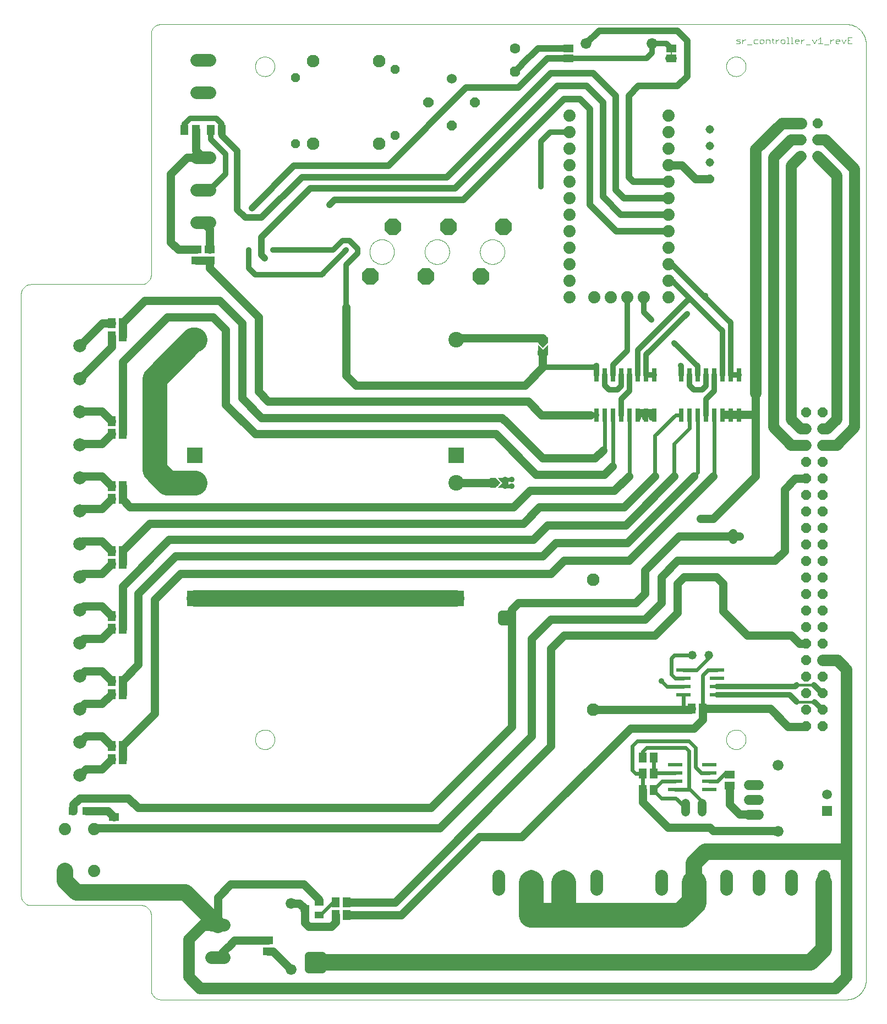
<source format=gtl>
G75*
G70*
%OFA0B0*%
%FSLAX24Y24*%
%IPPOS*%
%LPD*%
%AMOC8*
5,1,8,0,0,1.08239X$1,22.5*
%
%ADD10C,0.0000*%
%ADD11C,0.0040*%
%ADD12R,0.0866X0.0236*%
%ADD13R,0.0512X0.0591*%
%ADD14C,0.0520*%
%ADD15C,0.0768*%
%ADD16C,0.0740*%
%ADD17OC8,0.0515*%
%ADD18C,0.0515*%
%ADD19C,0.0780*%
%ADD20R,0.0591X0.0512*%
%ADD21R,0.0260X0.0800*%
%ADD22C,0.0760*%
%ADD23OC8,0.0520*%
%ADD24OC8,0.0600*%
%ADD25C,0.0150*%
%ADD26C,0.0020*%
%ADD27R,0.0630X0.0460*%
%ADD28R,0.0080X0.0250*%
%ADD29R,0.0945X0.0945*%
%ADD30OC8,0.0945*%
%ADD31C,0.0945*%
%ADD32C,0.0600*%
%ADD33C,0.0520*%
%ADD34C,0.0660*%
%ADD35R,0.0551X0.0394*%
%ADD36OC8,0.1000*%
%ADD37C,0.0600*%
%ADD38OC8,0.0630*%
%ADD39C,0.0630*%
%ADD40C,0.0120*%
%ADD41R,0.0594X0.0594*%
%ADD42C,0.0594*%
%ADD43R,0.0472X0.0472*%
%ADD44C,0.0787*%
%ADD45C,0.0500*%
%ADD46C,0.0240*%
%ADD47C,0.1500*%
%ADD48C,0.0700*%
%ADD49C,0.1000*%
%ADD50C,0.0356*%
%ADD51C,0.0320*%
%ADD52C,0.0160*%
%ADD53C,0.0400*%
%ADD54C,0.0660*%
D10*
X000839Y005859D02*
X007532Y005859D01*
X007578Y005857D01*
X007624Y005852D01*
X007670Y005843D01*
X007715Y005830D01*
X007758Y005814D01*
X007800Y005795D01*
X007841Y005772D01*
X007879Y005746D01*
X007916Y005717D01*
X007950Y005686D01*
X007981Y005652D01*
X008010Y005615D01*
X008036Y005577D01*
X008059Y005536D01*
X008078Y005494D01*
X008094Y005451D01*
X008107Y005406D01*
X008116Y005360D01*
X008121Y005314D01*
X008123Y005268D01*
X008122Y005268D02*
X008122Y000741D01*
X008124Y000695D01*
X008129Y000649D01*
X008138Y000603D01*
X008151Y000558D01*
X008167Y000515D01*
X008186Y000473D01*
X008209Y000432D01*
X008235Y000394D01*
X008264Y000357D01*
X008295Y000323D01*
X008329Y000292D01*
X008366Y000263D01*
X008404Y000237D01*
X008445Y000214D01*
X008487Y000195D01*
X008530Y000179D01*
X008575Y000166D01*
X008621Y000157D01*
X008667Y000152D01*
X008713Y000150D01*
X050248Y000150D01*
X050314Y000152D01*
X050380Y000157D01*
X050446Y000167D01*
X050511Y000180D01*
X050575Y000196D01*
X050638Y000216D01*
X050700Y000240D01*
X050760Y000267D01*
X050819Y000297D01*
X050876Y000331D01*
X050931Y000368D01*
X050984Y000408D01*
X051035Y000450D01*
X051083Y000496D01*
X051129Y000544D01*
X051171Y000595D01*
X051211Y000648D01*
X051248Y000703D01*
X051282Y000760D01*
X051312Y000819D01*
X051339Y000879D01*
X051363Y000941D01*
X051383Y001004D01*
X051399Y001068D01*
X051412Y001133D01*
X051422Y001199D01*
X051427Y001265D01*
X051429Y001331D01*
X051430Y001331D02*
X051430Y058024D01*
X051429Y058024D02*
X051427Y058090D01*
X051422Y058156D01*
X051412Y058222D01*
X051399Y058287D01*
X051383Y058351D01*
X051363Y058414D01*
X051339Y058476D01*
X051312Y058536D01*
X051282Y058595D01*
X051248Y058652D01*
X051211Y058707D01*
X051171Y058760D01*
X051129Y058811D01*
X051083Y058859D01*
X051035Y058905D01*
X050984Y058947D01*
X050931Y058987D01*
X050876Y059024D01*
X050819Y059058D01*
X050760Y059088D01*
X050700Y059115D01*
X050638Y059139D01*
X050575Y059159D01*
X050511Y059175D01*
X050446Y059188D01*
X050380Y059198D01*
X050314Y059203D01*
X050248Y059205D01*
X008713Y059205D01*
X008713Y059206D02*
X008667Y059204D01*
X008621Y059199D01*
X008575Y059190D01*
X008530Y059177D01*
X008487Y059161D01*
X008445Y059142D01*
X008404Y059119D01*
X008366Y059093D01*
X008329Y059064D01*
X008295Y059033D01*
X008264Y058999D01*
X008235Y058962D01*
X008209Y058924D01*
X008186Y058883D01*
X008167Y058841D01*
X008151Y058798D01*
X008138Y058753D01*
X008129Y058707D01*
X008124Y058661D01*
X008122Y058615D01*
X008122Y044048D01*
X008123Y044048D02*
X008121Y044002D01*
X008116Y043956D01*
X008107Y043910D01*
X008094Y043865D01*
X008078Y043822D01*
X008059Y043780D01*
X008036Y043739D01*
X008010Y043701D01*
X007981Y043664D01*
X007950Y043630D01*
X007916Y043599D01*
X007879Y043570D01*
X007841Y043544D01*
X007800Y043521D01*
X007758Y043502D01*
X007715Y043486D01*
X007670Y043473D01*
X007624Y043464D01*
X007578Y043459D01*
X007532Y043457D01*
X000839Y043457D01*
X000839Y043458D02*
X000793Y043456D01*
X000747Y043451D01*
X000701Y043442D01*
X000656Y043429D01*
X000613Y043413D01*
X000571Y043394D01*
X000530Y043371D01*
X000492Y043345D01*
X000455Y043316D01*
X000421Y043285D01*
X000390Y043251D01*
X000361Y043214D01*
X000335Y043176D01*
X000312Y043135D01*
X000293Y043093D01*
X000277Y043050D01*
X000264Y043005D01*
X000255Y042959D01*
X000250Y042913D01*
X000248Y042867D01*
X000248Y006449D01*
X000250Y006403D01*
X000255Y006357D01*
X000264Y006311D01*
X000277Y006266D01*
X000293Y006223D01*
X000312Y006181D01*
X000335Y006140D01*
X000361Y006102D01*
X000390Y006065D01*
X000421Y006031D01*
X000455Y006000D01*
X000492Y005971D01*
X000530Y005945D01*
X000571Y005922D01*
X000613Y005903D01*
X000656Y005887D01*
X000701Y005874D01*
X000747Y005865D01*
X000793Y005860D01*
X000839Y005858D01*
X014421Y015898D02*
X014423Y015946D01*
X014429Y015994D01*
X014439Y016041D01*
X014452Y016087D01*
X014470Y016132D01*
X014490Y016176D01*
X014515Y016218D01*
X014543Y016257D01*
X014573Y016294D01*
X014607Y016328D01*
X014644Y016360D01*
X014682Y016389D01*
X014723Y016414D01*
X014766Y016436D01*
X014811Y016454D01*
X014857Y016468D01*
X014904Y016479D01*
X014952Y016486D01*
X015000Y016489D01*
X015048Y016488D01*
X015096Y016483D01*
X015144Y016474D01*
X015190Y016462D01*
X015235Y016445D01*
X015279Y016425D01*
X015321Y016402D01*
X015361Y016375D01*
X015399Y016345D01*
X015434Y016312D01*
X015466Y016276D01*
X015496Y016238D01*
X015522Y016197D01*
X015544Y016154D01*
X015564Y016110D01*
X015579Y016065D01*
X015591Y016018D01*
X015599Y015970D01*
X015603Y015922D01*
X015603Y015874D01*
X015599Y015826D01*
X015591Y015778D01*
X015579Y015731D01*
X015564Y015686D01*
X015544Y015642D01*
X015522Y015599D01*
X015496Y015558D01*
X015466Y015520D01*
X015434Y015484D01*
X015399Y015451D01*
X015361Y015421D01*
X015321Y015394D01*
X015279Y015371D01*
X015235Y015351D01*
X015190Y015334D01*
X015144Y015322D01*
X015096Y015313D01*
X015048Y015308D01*
X015000Y015307D01*
X014952Y015310D01*
X014904Y015317D01*
X014857Y015328D01*
X014811Y015342D01*
X014766Y015360D01*
X014723Y015382D01*
X014682Y015407D01*
X014644Y015436D01*
X014607Y015468D01*
X014573Y015502D01*
X014543Y015539D01*
X014515Y015578D01*
X014490Y015620D01*
X014470Y015664D01*
X014452Y015709D01*
X014439Y015755D01*
X014429Y015802D01*
X014423Y015850D01*
X014421Y015898D01*
X021355Y045426D02*
X021357Y045480D01*
X021363Y045534D01*
X021373Y045588D01*
X021387Y045640D01*
X021404Y045692D01*
X021425Y045742D01*
X021450Y045790D01*
X021479Y045837D01*
X021510Y045881D01*
X021545Y045922D01*
X021583Y045962D01*
X021623Y045998D01*
X021666Y046031D01*
X021711Y046061D01*
X021759Y046088D01*
X021808Y046111D01*
X021859Y046130D01*
X021911Y046146D01*
X021964Y046158D01*
X022018Y046166D01*
X022072Y046170D01*
X022126Y046170D01*
X022180Y046166D01*
X022234Y046158D01*
X022287Y046146D01*
X022339Y046130D01*
X022390Y046111D01*
X022439Y046088D01*
X022487Y046061D01*
X022532Y046031D01*
X022575Y045998D01*
X022615Y045962D01*
X022653Y045922D01*
X022688Y045881D01*
X022719Y045837D01*
X022748Y045790D01*
X022773Y045742D01*
X022794Y045692D01*
X022811Y045640D01*
X022825Y045588D01*
X022835Y045534D01*
X022841Y045480D01*
X022843Y045426D01*
X022841Y045372D01*
X022835Y045318D01*
X022825Y045264D01*
X022811Y045212D01*
X022794Y045160D01*
X022773Y045110D01*
X022748Y045062D01*
X022719Y045015D01*
X022688Y044971D01*
X022653Y044930D01*
X022615Y044890D01*
X022575Y044854D01*
X022532Y044821D01*
X022487Y044791D01*
X022439Y044764D01*
X022390Y044741D01*
X022339Y044722D01*
X022287Y044706D01*
X022234Y044694D01*
X022180Y044686D01*
X022126Y044682D01*
X022072Y044682D01*
X022018Y044686D01*
X021964Y044694D01*
X021911Y044706D01*
X021859Y044722D01*
X021808Y044741D01*
X021759Y044764D01*
X021711Y044791D01*
X021666Y044821D01*
X021623Y044854D01*
X021583Y044890D01*
X021545Y044930D01*
X021510Y044971D01*
X021479Y045015D01*
X021450Y045062D01*
X021425Y045110D01*
X021404Y045160D01*
X021387Y045212D01*
X021373Y045264D01*
X021363Y045318D01*
X021357Y045372D01*
X021355Y045426D01*
X024701Y045426D02*
X024703Y045480D01*
X024709Y045534D01*
X024719Y045588D01*
X024733Y045640D01*
X024750Y045692D01*
X024771Y045742D01*
X024796Y045790D01*
X024825Y045837D01*
X024856Y045881D01*
X024891Y045922D01*
X024929Y045962D01*
X024969Y045998D01*
X025012Y046031D01*
X025057Y046061D01*
X025105Y046088D01*
X025154Y046111D01*
X025205Y046130D01*
X025257Y046146D01*
X025310Y046158D01*
X025364Y046166D01*
X025418Y046170D01*
X025472Y046170D01*
X025526Y046166D01*
X025580Y046158D01*
X025633Y046146D01*
X025685Y046130D01*
X025736Y046111D01*
X025785Y046088D01*
X025833Y046061D01*
X025878Y046031D01*
X025921Y045998D01*
X025961Y045962D01*
X025999Y045922D01*
X026034Y045881D01*
X026065Y045837D01*
X026094Y045790D01*
X026119Y045742D01*
X026140Y045692D01*
X026157Y045640D01*
X026171Y045588D01*
X026181Y045534D01*
X026187Y045480D01*
X026189Y045426D01*
X026187Y045372D01*
X026181Y045318D01*
X026171Y045264D01*
X026157Y045212D01*
X026140Y045160D01*
X026119Y045110D01*
X026094Y045062D01*
X026065Y045015D01*
X026034Y044971D01*
X025999Y044930D01*
X025961Y044890D01*
X025921Y044854D01*
X025878Y044821D01*
X025833Y044791D01*
X025785Y044764D01*
X025736Y044741D01*
X025685Y044722D01*
X025633Y044706D01*
X025580Y044694D01*
X025526Y044686D01*
X025472Y044682D01*
X025418Y044682D01*
X025364Y044686D01*
X025310Y044694D01*
X025257Y044706D01*
X025205Y044722D01*
X025154Y044741D01*
X025105Y044764D01*
X025057Y044791D01*
X025012Y044821D01*
X024969Y044854D01*
X024929Y044890D01*
X024891Y044930D01*
X024856Y044971D01*
X024825Y045015D01*
X024796Y045062D01*
X024771Y045110D01*
X024750Y045160D01*
X024733Y045212D01*
X024719Y045264D01*
X024709Y045318D01*
X024703Y045372D01*
X024701Y045426D01*
X028048Y045426D02*
X028050Y045480D01*
X028056Y045534D01*
X028066Y045588D01*
X028080Y045640D01*
X028097Y045692D01*
X028118Y045742D01*
X028143Y045790D01*
X028172Y045837D01*
X028203Y045881D01*
X028238Y045922D01*
X028276Y045962D01*
X028316Y045998D01*
X028359Y046031D01*
X028404Y046061D01*
X028452Y046088D01*
X028501Y046111D01*
X028552Y046130D01*
X028604Y046146D01*
X028657Y046158D01*
X028711Y046166D01*
X028765Y046170D01*
X028819Y046170D01*
X028873Y046166D01*
X028927Y046158D01*
X028980Y046146D01*
X029032Y046130D01*
X029083Y046111D01*
X029132Y046088D01*
X029180Y046061D01*
X029225Y046031D01*
X029268Y045998D01*
X029308Y045962D01*
X029346Y045922D01*
X029381Y045881D01*
X029412Y045837D01*
X029441Y045790D01*
X029466Y045742D01*
X029487Y045692D01*
X029504Y045640D01*
X029518Y045588D01*
X029528Y045534D01*
X029534Y045480D01*
X029536Y045426D01*
X029534Y045372D01*
X029528Y045318D01*
X029518Y045264D01*
X029504Y045212D01*
X029487Y045160D01*
X029466Y045110D01*
X029441Y045062D01*
X029412Y045015D01*
X029381Y044971D01*
X029346Y044930D01*
X029308Y044890D01*
X029268Y044854D01*
X029225Y044821D01*
X029180Y044791D01*
X029132Y044764D01*
X029083Y044741D01*
X029032Y044722D01*
X028980Y044706D01*
X028927Y044694D01*
X028873Y044686D01*
X028819Y044682D01*
X028765Y044682D01*
X028711Y044686D01*
X028657Y044694D01*
X028604Y044706D01*
X028552Y044722D01*
X028501Y044741D01*
X028452Y044764D01*
X028404Y044791D01*
X028359Y044821D01*
X028316Y044854D01*
X028276Y044890D01*
X028238Y044930D01*
X028203Y044971D01*
X028172Y045015D01*
X028143Y045062D01*
X028118Y045110D01*
X028097Y045160D01*
X028080Y045212D01*
X028066Y045264D01*
X028056Y045318D01*
X028050Y045372D01*
X028048Y045426D01*
X014421Y056646D02*
X014423Y056694D01*
X014429Y056742D01*
X014439Y056789D01*
X014452Y056835D01*
X014470Y056880D01*
X014490Y056924D01*
X014515Y056966D01*
X014543Y057005D01*
X014573Y057042D01*
X014607Y057076D01*
X014644Y057108D01*
X014682Y057137D01*
X014723Y057162D01*
X014766Y057184D01*
X014811Y057202D01*
X014857Y057216D01*
X014904Y057227D01*
X014952Y057234D01*
X015000Y057237D01*
X015048Y057236D01*
X015096Y057231D01*
X015144Y057222D01*
X015190Y057210D01*
X015235Y057193D01*
X015279Y057173D01*
X015321Y057150D01*
X015361Y057123D01*
X015399Y057093D01*
X015434Y057060D01*
X015466Y057024D01*
X015496Y056986D01*
X015522Y056945D01*
X015544Y056902D01*
X015564Y056858D01*
X015579Y056813D01*
X015591Y056766D01*
X015599Y056718D01*
X015603Y056670D01*
X015603Y056622D01*
X015599Y056574D01*
X015591Y056526D01*
X015579Y056479D01*
X015564Y056434D01*
X015544Y056390D01*
X015522Y056347D01*
X015496Y056306D01*
X015466Y056268D01*
X015434Y056232D01*
X015399Y056199D01*
X015361Y056169D01*
X015321Y056142D01*
X015279Y056119D01*
X015235Y056099D01*
X015190Y056082D01*
X015144Y056070D01*
X015096Y056061D01*
X015048Y056056D01*
X015000Y056055D01*
X014952Y056058D01*
X014904Y056065D01*
X014857Y056076D01*
X014811Y056090D01*
X014766Y056108D01*
X014723Y056130D01*
X014682Y056155D01*
X014644Y056184D01*
X014607Y056216D01*
X014573Y056250D01*
X014543Y056287D01*
X014515Y056326D01*
X014490Y056368D01*
X014470Y056412D01*
X014452Y056457D01*
X014439Y056503D01*
X014429Y056550D01*
X014423Y056598D01*
X014421Y056646D01*
X042965Y056646D02*
X042967Y056694D01*
X042973Y056742D01*
X042983Y056789D01*
X042996Y056835D01*
X043014Y056880D01*
X043034Y056924D01*
X043059Y056966D01*
X043087Y057005D01*
X043117Y057042D01*
X043151Y057076D01*
X043188Y057108D01*
X043226Y057137D01*
X043267Y057162D01*
X043310Y057184D01*
X043355Y057202D01*
X043401Y057216D01*
X043448Y057227D01*
X043496Y057234D01*
X043544Y057237D01*
X043592Y057236D01*
X043640Y057231D01*
X043688Y057222D01*
X043734Y057210D01*
X043779Y057193D01*
X043823Y057173D01*
X043865Y057150D01*
X043905Y057123D01*
X043943Y057093D01*
X043978Y057060D01*
X044010Y057024D01*
X044040Y056986D01*
X044066Y056945D01*
X044088Y056902D01*
X044108Y056858D01*
X044123Y056813D01*
X044135Y056766D01*
X044143Y056718D01*
X044147Y056670D01*
X044147Y056622D01*
X044143Y056574D01*
X044135Y056526D01*
X044123Y056479D01*
X044108Y056434D01*
X044088Y056390D01*
X044066Y056347D01*
X044040Y056306D01*
X044010Y056268D01*
X043978Y056232D01*
X043943Y056199D01*
X043905Y056169D01*
X043865Y056142D01*
X043823Y056119D01*
X043779Y056099D01*
X043734Y056082D01*
X043688Y056070D01*
X043640Y056061D01*
X043592Y056056D01*
X043544Y056055D01*
X043496Y056058D01*
X043448Y056065D01*
X043401Y056076D01*
X043355Y056090D01*
X043310Y056108D01*
X043267Y056130D01*
X043226Y056155D01*
X043188Y056184D01*
X043151Y056216D01*
X043117Y056250D01*
X043087Y056287D01*
X043059Y056326D01*
X043034Y056368D01*
X043014Y056412D01*
X042996Y056457D01*
X042983Y056503D01*
X042973Y056550D01*
X042967Y056598D01*
X042965Y056646D01*
X042965Y015898D02*
X042967Y015946D01*
X042973Y015994D01*
X042983Y016041D01*
X042996Y016087D01*
X043014Y016132D01*
X043034Y016176D01*
X043059Y016218D01*
X043087Y016257D01*
X043117Y016294D01*
X043151Y016328D01*
X043188Y016360D01*
X043226Y016389D01*
X043267Y016414D01*
X043310Y016436D01*
X043355Y016454D01*
X043401Y016468D01*
X043448Y016479D01*
X043496Y016486D01*
X043544Y016489D01*
X043592Y016488D01*
X043640Y016483D01*
X043688Y016474D01*
X043734Y016462D01*
X043779Y016445D01*
X043823Y016425D01*
X043865Y016402D01*
X043905Y016375D01*
X043943Y016345D01*
X043978Y016312D01*
X044010Y016276D01*
X044040Y016238D01*
X044066Y016197D01*
X044088Y016154D01*
X044108Y016110D01*
X044123Y016065D01*
X044135Y016018D01*
X044143Y015970D01*
X044147Y015922D01*
X044147Y015874D01*
X044143Y015826D01*
X044135Y015778D01*
X044123Y015731D01*
X044108Y015686D01*
X044088Y015642D01*
X044066Y015599D01*
X044040Y015558D01*
X044010Y015520D01*
X043978Y015484D01*
X043943Y015451D01*
X043905Y015421D01*
X043865Y015394D01*
X043823Y015371D01*
X043779Y015351D01*
X043734Y015334D01*
X043688Y015322D01*
X043640Y015313D01*
X043592Y015308D01*
X043544Y015307D01*
X043496Y015310D01*
X043448Y015317D01*
X043401Y015328D01*
X043355Y015342D01*
X043310Y015360D01*
X043267Y015382D01*
X043226Y015407D01*
X043188Y015436D01*
X043151Y015468D01*
X043117Y015502D01*
X043087Y015539D01*
X043059Y015578D01*
X043034Y015620D01*
X043014Y015664D01*
X042996Y015709D01*
X042983Y015755D01*
X042973Y015802D01*
X042967Y015850D01*
X042965Y015898D01*
D11*
X044251Y057984D02*
X044491Y057984D01*
X044619Y058104D02*
X044679Y058044D01*
X044859Y058044D01*
X044987Y058104D02*
X045047Y058044D01*
X045168Y058044D01*
X045228Y058104D01*
X045228Y058224D01*
X045168Y058284D01*
X045047Y058284D01*
X044987Y058224D01*
X044987Y058104D01*
X044859Y058284D02*
X044679Y058284D01*
X044619Y058224D01*
X044619Y058104D01*
X044124Y058284D02*
X044064Y058284D01*
X043944Y058164D01*
X043944Y058044D02*
X043944Y058284D01*
X043816Y058284D02*
X043636Y058284D01*
X043576Y058224D01*
X043636Y058164D01*
X043756Y058164D01*
X043816Y058104D01*
X043756Y058044D01*
X043576Y058044D01*
X045356Y058044D02*
X045356Y058284D01*
X045536Y058284D01*
X045596Y058224D01*
X045596Y058044D01*
X045784Y058104D02*
X045844Y058044D01*
X045784Y058104D02*
X045784Y058344D01*
X045724Y058284D02*
X045844Y058284D01*
X045970Y058284D02*
X045970Y058044D01*
X045970Y058164D02*
X046090Y058284D01*
X046150Y058284D01*
X046276Y058224D02*
X046337Y058284D01*
X046457Y058284D01*
X046517Y058224D01*
X046517Y058104D01*
X046457Y058044D01*
X046337Y058044D01*
X046276Y058104D01*
X046276Y058224D01*
X046645Y058044D02*
X046765Y058044D01*
X046705Y058044D02*
X046705Y058404D01*
X046645Y058404D01*
X046890Y058404D02*
X046950Y058404D01*
X046950Y058044D01*
X046890Y058044D02*
X047010Y058044D01*
X047136Y058104D02*
X047136Y058224D01*
X047196Y058284D01*
X047316Y058284D01*
X047376Y058224D01*
X047376Y058164D01*
X047136Y058164D01*
X047136Y058104D02*
X047196Y058044D01*
X047316Y058044D01*
X047504Y058044D02*
X047504Y058284D01*
X047504Y058164D02*
X047624Y058284D01*
X047684Y058284D01*
X047811Y057984D02*
X048051Y057984D01*
X048300Y058044D02*
X048420Y058284D01*
X048548Y058284D02*
X048668Y058404D01*
X048668Y058044D01*
X048548Y058044D02*
X048788Y058044D01*
X048916Y057984D02*
X049156Y057984D01*
X049284Y058044D02*
X049284Y058284D01*
X049284Y058164D02*
X049404Y058284D01*
X049465Y058284D01*
X049591Y058224D02*
X049651Y058284D01*
X049771Y058284D01*
X049832Y058224D01*
X049832Y058164D01*
X049591Y058164D01*
X049591Y058104D02*
X049591Y058224D01*
X049591Y058104D02*
X049651Y058044D01*
X049771Y058044D01*
X049960Y058284D02*
X050080Y058044D01*
X050200Y058284D01*
X050328Y058224D02*
X050448Y058224D01*
X050328Y058044D02*
X050568Y058044D01*
X050328Y058044D02*
X050328Y058404D01*
X050568Y058404D01*
X048300Y058044D02*
X048179Y058284D01*
D12*
X042414Y020093D03*
X042414Y019593D03*
X042414Y019093D03*
X042414Y018593D03*
X040367Y018593D03*
X040367Y019093D03*
X040367Y019593D03*
X040367Y020093D03*
X039874Y014384D03*
X039874Y013884D03*
X039874Y013384D03*
X039874Y012884D03*
X041922Y012884D03*
X041922Y013384D03*
X041922Y013884D03*
X041922Y014384D03*
D13*
X041528Y017768D03*
X040859Y017768D03*
X038575Y014815D03*
X038575Y013831D03*
X037906Y013831D03*
X037906Y014815D03*
X037906Y012847D03*
X038575Y012847D03*
X019973Y006056D03*
X019304Y006056D03*
X019304Y005268D03*
X019973Y005268D03*
X006390Y014717D03*
X005721Y014717D03*
X005721Y015504D03*
X006390Y015504D03*
X006390Y018654D03*
X006390Y019441D03*
X005721Y019441D03*
X005721Y018654D03*
X005721Y022591D03*
X005721Y023378D03*
X006390Y023378D03*
X006390Y022591D03*
X006390Y026528D03*
X006390Y027315D03*
X005721Y027315D03*
X005721Y026528D03*
X005721Y030465D03*
X005721Y031252D03*
X006390Y031252D03*
X006390Y030465D03*
X006390Y034402D03*
X005721Y034402D03*
X005721Y035189D03*
X006390Y035189D03*
X006390Y040307D03*
X005721Y040307D03*
X005721Y041095D03*
X006390Y041095D03*
X010150Y052807D03*
X010819Y052807D03*
X011725Y052807D03*
X012394Y052807D03*
D14*
X040890Y021016D03*
X041890Y021016D03*
D15*
X034894Y017709D03*
X034894Y025583D03*
D16*
X034969Y042674D03*
X035969Y042674D03*
X036969Y042674D03*
X037969Y042674D03*
X039469Y042674D03*
X039469Y043674D03*
X039469Y044674D03*
X039469Y045674D03*
X039469Y046674D03*
X039469Y047674D03*
X039469Y048674D03*
X039469Y049674D03*
X039469Y050674D03*
X039469Y051674D03*
X039469Y052674D03*
X039469Y053674D03*
X033469Y053674D03*
X033469Y052674D03*
X033469Y051674D03*
X033469Y050674D03*
X033469Y049674D03*
X033469Y048674D03*
X033469Y047674D03*
X033469Y046674D03*
X033469Y045674D03*
X033469Y044674D03*
X033469Y043674D03*
X033469Y042674D03*
X004682Y010485D03*
X002902Y010485D03*
X002902Y007925D03*
X004682Y007925D03*
D17*
X041981Y049831D03*
D18*
X041981Y050831D03*
X041981Y051831D03*
X041981Y052831D03*
D19*
X011662Y051136D02*
X010882Y051136D01*
X010882Y049166D02*
X011662Y049166D01*
X011662Y047196D02*
X010882Y047196D01*
X010882Y055076D02*
X011662Y055076D01*
X011662Y057046D02*
X010882Y057046D01*
X029180Y007627D02*
X029180Y006847D01*
X031150Y006847D02*
X031150Y007627D01*
X033117Y007627D02*
X033117Y006847D01*
X035087Y006847D02*
X035087Y007627D01*
X039022Y007627D02*
X039022Y006847D01*
X040992Y006847D02*
X040992Y007627D01*
X042959Y007627D02*
X042959Y006847D01*
X044929Y006847D02*
X044929Y007627D01*
X046896Y007627D02*
X046896Y006847D01*
X048866Y006847D02*
X048866Y007627D01*
X012548Y004683D02*
X011768Y004683D01*
X011768Y002713D02*
X012548Y002713D01*
D20*
X015209Y003063D03*
X015209Y003733D03*
X005859Y010544D03*
X005859Y011213D03*
X010878Y044894D03*
X010878Y045563D03*
X011666Y045563D03*
X011666Y044894D03*
X043162Y013772D03*
X043162Y013103D03*
D21*
X043231Y035554D03*
X043731Y035554D03*
X042731Y035554D03*
X042231Y035554D03*
X041731Y035554D03*
X041231Y035554D03*
X040731Y035554D03*
X040231Y035554D03*
X038613Y035554D03*
X038113Y035554D03*
X037613Y035554D03*
X037113Y035554D03*
X036613Y035554D03*
X036113Y035554D03*
X035613Y035554D03*
X035113Y035554D03*
X035113Y037974D03*
X035613Y037974D03*
X036113Y037974D03*
X036613Y037974D03*
X037113Y037974D03*
X037613Y037974D03*
X038113Y037974D03*
X038613Y037974D03*
X040231Y037974D03*
X040731Y037974D03*
X041231Y037974D03*
X041731Y037974D03*
X042231Y037974D03*
X042731Y037974D03*
X043231Y037974D03*
X043731Y037974D03*
D22*
X021933Y051981D03*
X017933Y051981D03*
X017933Y056981D03*
X021933Y056981D03*
D23*
X022886Y056481D03*
X022886Y052481D03*
X016882Y051989D03*
X016882Y055989D03*
D24*
X047485Y053217D03*
X048485Y053217D03*
X048485Y052217D03*
X047485Y052217D03*
X047485Y051217D03*
X047792Y035693D03*
X047792Y034693D03*
X047792Y033693D03*
X047792Y032693D03*
X047792Y031693D03*
X047792Y030693D03*
X047792Y029693D03*
X047792Y028693D03*
X047792Y027693D03*
X047792Y026693D03*
X047792Y025693D03*
X047792Y024693D03*
X047792Y023693D03*
X047792Y022693D03*
X047792Y021693D03*
X047792Y020693D03*
X047792Y019693D03*
X047792Y018693D03*
X047792Y017693D03*
X047792Y016693D03*
X048792Y016693D03*
X048792Y017693D03*
X048792Y018693D03*
X048792Y019693D03*
X048792Y020693D03*
X048792Y021693D03*
X048792Y022693D03*
X048792Y023693D03*
X048792Y024693D03*
X048792Y025693D03*
X048792Y026693D03*
X048792Y027693D03*
X048792Y028693D03*
X048792Y029693D03*
X048792Y030693D03*
X048792Y031693D03*
X048792Y032693D03*
X048792Y033693D03*
X048792Y034693D03*
X048792Y035693D03*
D25*
X031618Y039242D02*
X031618Y039392D01*
X032068Y039392D01*
X032068Y039242D01*
X031618Y039242D01*
X031618Y039391D02*
X032068Y039391D01*
X031618Y040042D02*
X031618Y040192D01*
X032068Y040192D01*
X032068Y040042D01*
X031618Y040042D01*
X031618Y040191D02*
X032068Y040191D01*
X029660Y031224D02*
X029510Y031224D01*
X029510Y031674D01*
X029660Y031674D01*
X029660Y031224D01*
X029660Y031373D02*
X029510Y031373D01*
X029510Y031522D02*
X029660Y031522D01*
X029660Y031671D02*
X029510Y031671D01*
X028860Y031224D02*
X028710Y031224D01*
X028710Y031674D01*
X028860Y031674D01*
X028860Y031224D01*
X028860Y031373D02*
X028710Y031373D01*
X028710Y031522D02*
X028860Y031522D01*
X028860Y031671D02*
X028710Y031671D01*
D26*
X028735Y031674D02*
X029025Y031674D01*
X029044Y031656D02*
X028735Y031656D01*
X028735Y031637D02*
X029062Y031637D01*
X029081Y031619D02*
X028735Y031619D01*
X028735Y031600D02*
X029099Y031600D01*
X029118Y031582D02*
X028735Y031582D01*
X028735Y031563D02*
X029136Y031563D01*
X029155Y031545D02*
X028735Y031545D01*
X028735Y031526D02*
X029173Y031526D01*
X029192Y031508D02*
X028735Y031508D01*
X028735Y031489D02*
X029210Y031489D01*
X029229Y031471D02*
X028735Y031471D01*
X028735Y031452D02*
X029247Y031452D01*
X029250Y031449D02*
X028960Y031159D01*
X028735Y031159D01*
X028735Y031739D01*
X028960Y031739D01*
X029250Y031449D01*
X029235Y031434D02*
X028735Y031434D01*
X028735Y031415D02*
X029217Y031415D01*
X029198Y031397D02*
X028735Y031397D01*
X028735Y031378D02*
X029180Y031378D01*
X029161Y031360D02*
X028735Y031360D01*
X028735Y031341D02*
X029143Y031341D01*
X029124Y031323D02*
X028735Y031323D01*
X028735Y031304D02*
X029106Y031304D01*
X029087Y031286D02*
X028735Y031286D01*
X028735Y031267D02*
X029069Y031267D01*
X029050Y031249D02*
X028735Y031249D01*
X028735Y031230D02*
X029032Y031230D01*
X029013Y031212D02*
X028735Y031212D01*
X028735Y031193D02*
X028995Y031193D01*
X028976Y031175D02*
X028735Y031175D01*
X029135Y031159D02*
X029635Y031159D01*
X029635Y031739D01*
X029135Y031739D01*
X029415Y031449D01*
X029135Y031159D01*
X029151Y031175D02*
X029635Y031175D01*
X029635Y031193D02*
X029168Y031193D01*
X029186Y031212D02*
X029635Y031212D01*
X029635Y031230D02*
X029204Y031230D01*
X029222Y031249D02*
X029635Y031249D01*
X029635Y031267D02*
X029240Y031267D01*
X029258Y031286D02*
X029635Y031286D01*
X029635Y031304D02*
X029276Y031304D01*
X029293Y031323D02*
X029635Y031323D01*
X029635Y031341D02*
X029311Y031341D01*
X029329Y031360D02*
X029635Y031360D01*
X029635Y031378D02*
X029347Y031378D01*
X029365Y031397D02*
X029635Y031397D01*
X029635Y031415D02*
X029383Y031415D01*
X029401Y031434D02*
X029635Y031434D01*
X029635Y031452D02*
X029412Y031452D01*
X029394Y031471D02*
X029635Y031471D01*
X029635Y031489D02*
X029377Y031489D01*
X029359Y031508D02*
X029635Y031508D01*
X029635Y031526D02*
X029341Y031526D01*
X029323Y031545D02*
X029635Y031545D01*
X029635Y031563D02*
X029305Y031563D01*
X029287Y031582D02*
X029635Y031582D01*
X029635Y031600D02*
X029269Y031600D01*
X029252Y031619D02*
X029635Y031619D01*
X029635Y031637D02*
X029234Y031637D01*
X029216Y031656D02*
X029635Y031656D01*
X029635Y031674D02*
X029198Y031674D01*
X029180Y031693D02*
X029635Y031693D01*
X029635Y031711D02*
X029162Y031711D01*
X029144Y031730D02*
X029635Y031730D01*
X029007Y031693D02*
X028735Y031693D01*
X028735Y031711D02*
X028988Y031711D01*
X028970Y031730D02*
X028735Y031730D01*
X031553Y039267D02*
X032133Y039267D01*
X032133Y039767D01*
X031843Y039487D01*
X031553Y039767D01*
X031553Y039267D01*
X031553Y039278D02*
X032133Y039278D01*
X032133Y039297D02*
X031553Y039297D01*
X031553Y039315D02*
X032133Y039315D01*
X032133Y039334D02*
X031553Y039334D01*
X031553Y039352D02*
X032133Y039352D01*
X032133Y039371D02*
X031553Y039371D01*
X031553Y039389D02*
X032133Y039389D01*
X032133Y039408D02*
X031553Y039408D01*
X031553Y039426D02*
X032133Y039426D01*
X032133Y039445D02*
X031553Y039445D01*
X031553Y039463D02*
X032133Y039463D01*
X032133Y039482D02*
X031553Y039482D01*
X031553Y039500D02*
X031829Y039500D01*
X031810Y039519D02*
X031553Y039519D01*
X031553Y039537D02*
X031791Y039537D01*
X031772Y039556D02*
X031553Y039556D01*
X031553Y039574D02*
X031753Y039574D01*
X031734Y039593D02*
X031553Y039593D01*
X031553Y039611D02*
X031714Y039611D01*
X031695Y039630D02*
X031553Y039630D01*
X031553Y039648D02*
X031676Y039648D01*
X031657Y039667D02*
X031553Y039667D01*
X031553Y039685D02*
X031638Y039685D01*
X031619Y039704D02*
X031553Y039704D01*
X031553Y039722D02*
X031599Y039722D01*
X031580Y039741D02*
X031553Y039741D01*
X031553Y039759D02*
X031561Y039759D01*
X031643Y039852D02*
X032043Y039852D01*
X032061Y039870D02*
X031625Y039870D01*
X031606Y039889D02*
X032080Y039889D01*
X032098Y039907D02*
X031588Y039907D01*
X031569Y039926D02*
X032117Y039926D01*
X032133Y039942D02*
X031843Y039652D01*
X031553Y039942D01*
X031553Y040167D01*
X032133Y040167D01*
X032133Y039942D01*
X032133Y039944D02*
X031553Y039944D01*
X031553Y039963D02*
X032133Y039963D01*
X032133Y039981D02*
X031553Y039981D01*
X031553Y040000D02*
X032133Y040000D01*
X032133Y040018D02*
X031553Y040018D01*
X031553Y040037D02*
X032133Y040037D01*
X032133Y040055D02*
X031553Y040055D01*
X031553Y040074D02*
X032133Y040074D01*
X032133Y040092D02*
X031553Y040092D01*
X031553Y040111D02*
X032133Y040111D01*
X032133Y040129D02*
X031553Y040129D01*
X031553Y040148D02*
X032133Y040148D01*
X032133Y040166D02*
X031553Y040166D01*
X031662Y039833D02*
X032024Y039833D01*
X032006Y039815D02*
X031680Y039815D01*
X031699Y039796D02*
X031987Y039796D01*
X031969Y039778D02*
X031717Y039778D01*
X031736Y039759D02*
X031950Y039759D01*
X031932Y039741D02*
X031754Y039741D01*
X031773Y039722D02*
X031913Y039722D01*
X031895Y039704D02*
X031791Y039704D01*
X031810Y039685D02*
X031876Y039685D01*
X031858Y039667D02*
X031828Y039667D01*
X031933Y039574D02*
X032133Y039574D01*
X032133Y039556D02*
X031914Y039556D01*
X031895Y039537D02*
X032133Y039537D01*
X032133Y039519D02*
X031876Y039519D01*
X031856Y039500D02*
X032133Y039500D01*
X032133Y039593D02*
X031952Y039593D01*
X031971Y039611D02*
X032133Y039611D01*
X032133Y039630D02*
X031991Y039630D01*
X032010Y039648D02*
X032133Y039648D01*
X032133Y039667D02*
X032029Y039667D01*
X032048Y039685D02*
X032133Y039685D01*
X032133Y039704D02*
X032067Y039704D01*
X032086Y039722D02*
X032133Y039722D01*
X032133Y039741D02*
X032106Y039741D01*
X032125Y039759D02*
X032133Y039759D01*
D27*
X033418Y057133D03*
X033418Y057733D03*
X039619Y057733D03*
X039619Y057133D03*
D28*
X039619Y057433D03*
D29*
X026587Y033103D03*
X026587Y024441D03*
X010760Y024441D03*
X010760Y033103D03*
D30*
X010760Y031449D03*
X010760Y040111D03*
D31*
X026587Y040111D03*
X026587Y031449D03*
D32*
X044330Y013156D02*
X044930Y013156D01*
X044930Y012256D02*
X044330Y012256D01*
X044330Y011356D02*
X044930Y011356D01*
D33*
X041496Y011504D02*
X041496Y012024D01*
X040496Y012024D02*
X040496Y011504D01*
D34*
X046115Y010355D03*
X046115Y014355D03*
X016587Y005989D03*
X016587Y001989D03*
X034469Y058024D03*
X038469Y058024D03*
D35*
X018300Y006036D03*
X017433Y005662D03*
X018300Y005288D03*
D36*
X021418Y043926D03*
X022780Y046926D03*
X024764Y043926D03*
X026126Y046926D03*
X028111Y043926D03*
X029473Y046926D03*
D37*
X026331Y055895D03*
X048485Y051217D03*
D38*
X030170Y056340D03*
D39*
X030170Y057740D03*
D40*
X027784Y054302D02*
X027844Y054242D01*
X027646Y054242D01*
X027506Y054382D01*
X027506Y054580D01*
X027646Y054720D01*
X027844Y054720D01*
X027984Y054580D01*
X027984Y054382D01*
X027844Y054242D01*
X027807Y054332D01*
X027683Y054332D01*
X027596Y054419D01*
X027596Y054543D01*
X027683Y054630D01*
X027807Y054630D01*
X027894Y054543D01*
X027894Y054419D01*
X027807Y054332D01*
X027770Y054422D01*
X027720Y054422D01*
X027686Y054456D01*
X027686Y054506D01*
X027720Y054540D01*
X027770Y054540D01*
X027804Y054506D01*
X027804Y054456D01*
X027770Y054422D01*
X026370Y052887D02*
X026430Y052827D01*
X026232Y052827D01*
X026092Y052967D01*
X026092Y053165D01*
X026232Y053305D01*
X026430Y053305D01*
X026570Y053165D01*
X026570Y052967D01*
X026430Y052827D01*
X026393Y052917D01*
X026269Y052917D01*
X026182Y053004D01*
X026182Y053128D01*
X026269Y053215D01*
X026393Y053215D01*
X026480Y053128D01*
X026480Y053004D01*
X026393Y052917D01*
X026356Y053007D01*
X026306Y053007D01*
X026272Y053041D01*
X026272Y053091D01*
X026306Y053125D01*
X026356Y053125D01*
X026390Y053091D01*
X026390Y053041D01*
X026356Y053007D01*
X024956Y054302D02*
X025016Y054242D01*
X024818Y054242D01*
X024678Y054382D01*
X024678Y054580D01*
X024818Y054720D01*
X025016Y054720D01*
X025156Y054580D01*
X025156Y054382D01*
X025016Y054242D01*
X024979Y054332D01*
X024855Y054332D01*
X024768Y054419D01*
X024768Y054543D01*
X024855Y054630D01*
X024979Y054630D01*
X025066Y054543D01*
X025066Y054419D01*
X024979Y054332D01*
X024942Y054422D01*
X024892Y054422D01*
X024858Y054456D01*
X024858Y054506D01*
X024892Y054540D01*
X024942Y054540D01*
X024976Y054506D01*
X024976Y054456D01*
X024942Y054422D01*
D41*
X049067Y011567D03*
D42*
X049067Y012567D03*
D43*
X004205Y011567D03*
X003378Y011567D03*
D44*
X003802Y013750D03*
X003802Y015750D03*
X003802Y017748D03*
X003802Y019748D03*
X003802Y021747D03*
X003802Y023747D03*
X003802Y025745D03*
X003802Y027745D03*
X003802Y029744D03*
X003802Y031744D03*
X003802Y033742D03*
X003802Y035742D03*
X003802Y037741D03*
X003802Y039741D03*
D45*
X005155Y041095D01*
X005721Y041095D01*
X006390Y041095D02*
X006390Y040307D01*
X005721Y040307D02*
X005721Y039660D01*
X003802Y037741D01*
X003845Y035786D02*
X003802Y035742D01*
X003845Y035786D02*
X005125Y035786D01*
X005721Y035189D01*
X006390Y035189D02*
X006390Y034402D01*
X005721Y034402D02*
X005125Y033806D01*
X003865Y033806D01*
X003802Y033742D01*
X003906Y031849D02*
X003802Y031744D01*
X003906Y031849D02*
X005125Y031849D01*
X005721Y031252D01*
X005721Y030465D02*
X005125Y029869D01*
X003926Y029869D01*
X003802Y029744D01*
X003968Y027912D02*
X003802Y027745D01*
X003968Y027912D02*
X005125Y027912D01*
X005721Y027315D01*
X005721Y026528D02*
X005125Y025932D01*
X003988Y025932D01*
X003802Y025745D01*
X004029Y023975D02*
X003802Y023747D01*
X004029Y023975D02*
X005125Y023975D01*
X005721Y023378D01*
X005721Y022591D02*
X005125Y021995D01*
X004049Y021995D01*
X003802Y021747D01*
X004091Y020038D02*
X003802Y019748D01*
X004091Y020038D02*
X005125Y020038D01*
X005721Y019441D01*
X005721Y018654D02*
X005125Y018058D01*
X004111Y018058D01*
X003802Y017748D01*
X004152Y016101D02*
X003802Y015750D01*
X004152Y016101D02*
X005125Y016101D01*
X005721Y015504D01*
X006390Y015504D02*
X006390Y014717D01*
X005721Y014717D02*
X005125Y014121D01*
X004172Y014121D01*
X003802Y013750D01*
X003792Y012355D02*
X003398Y011961D01*
X003398Y011587D01*
X003378Y011567D01*
X004205Y011567D02*
X005504Y011567D01*
X005859Y011213D01*
X005859Y010544D02*
X004740Y010544D01*
X004682Y010485D01*
X005859Y010544D02*
X025603Y010544D01*
X031154Y016095D01*
X031154Y022000D01*
X032335Y023181D01*
X038044Y023181D01*
X039028Y024166D01*
X039028Y025741D01*
X040012Y026725D01*
X045918Y026725D01*
X046508Y027315D01*
X046508Y031056D01*
X047146Y031693D01*
X047792Y031693D01*
X044737Y031843D02*
X044737Y035583D01*
X044737Y037650D01*
X044737Y036863D02*
X044737Y035977D01*
X044737Y035583D02*
X043760Y035583D01*
X043731Y035554D01*
X043556Y035583D02*
X042867Y035583D01*
X042178Y031843D02*
X037059Y026725D01*
X033122Y026725D01*
X032335Y025937D01*
X009894Y025937D01*
X008319Y024363D01*
X008319Y017473D01*
X006390Y015544D01*
X006390Y015504D01*
X006390Y018654D02*
X006390Y019441D01*
X006390Y019481D01*
X007335Y020426D01*
X007335Y024756D01*
X009599Y027020D01*
X031843Y027020D01*
X032630Y027807D01*
X036961Y027807D01*
X040996Y031843D01*
X039815Y031843D02*
X036863Y028890D01*
X032138Y028890D01*
X031252Y028004D01*
X009205Y028004D01*
X006390Y025189D01*
X006390Y023378D01*
X006390Y022591D01*
X006390Y026528D02*
X006390Y027315D01*
X006390Y027355D01*
X008024Y028989D01*
X030662Y028989D01*
X031646Y029973D01*
X036764Y029973D01*
X038634Y031843D01*
X037059Y031843D02*
X036174Y030957D01*
X031056Y030957D01*
X030071Y029973D01*
X006843Y029973D01*
X006390Y030426D01*
X006390Y030465D01*
X006390Y031252D01*
X006390Y035189D02*
X006390Y038772D01*
X009107Y041489D01*
X011863Y041489D01*
X012650Y040701D01*
X012650Y036174D01*
X014422Y034402D01*
X028989Y034402D01*
X031449Y031941D01*
X035583Y031941D01*
X036075Y032433D01*
X035485Y033418D02*
X034993Y032926D01*
X031843Y032926D01*
X029678Y035091D01*
X029382Y035386D01*
X014815Y035386D01*
X013634Y036567D01*
X013634Y041095D01*
X012256Y042473D01*
X007729Y042473D01*
X006390Y041134D01*
X006390Y041095D01*
X009756Y045563D02*
X009304Y046016D01*
X009304Y050150D01*
X010288Y051134D01*
X011271Y051134D01*
X011272Y051136D01*
X011271Y051136D01*
X010878Y051528D01*
X010878Y051529D01*
X010819Y051589D01*
X010819Y052807D01*
X011272Y047196D02*
X011666Y046802D01*
X011666Y045563D01*
X011666Y044894D02*
X010878Y044894D01*
X010878Y045563D02*
X009756Y045563D01*
X011666Y044894D02*
X011666Y044441D01*
X014619Y041489D01*
X014619Y036961D01*
X015209Y036370D01*
X030957Y036370D01*
X031773Y035554D01*
X034726Y035554D01*
X031843Y038437D02*
X030760Y037355D01*
X020524Y037355D01*
X019933Y037945D01*
X019933Y042079D01*
X026587Y040111D02*
X026685Y040209D01*
X031843Y040209D01*
X031843Y040117D01*
X031843Y039225D02*
X031843Y038831D01*
X031843Y038437D01*
X037748Y035681D02*
X038437Y035681D01*
X041390Y029284D02*
X041784Y029284D01*
X042178Y029284D01*
X044737Y031843D01*
X043359Y028398D02*
X043162Y028201D01*
X042965Y028201D01*
X043359Y028201D02*
X043359Y028398D01*
X043359Y028201D02*
X043359Y028004D01*
X043359Y028201D02*
X043752Y028201D01*
X040111Y028201D01*
X038044Y026134D01*
X038044Y024756D01*
X037453Y024166D01*
X030367Y024166D01*
X029973Y023772D01*
X029973Y023674D01*
X029776Y023477D01*
X029382Y023477D01*
X029382Y023083D01*
X029776Y023083D01*
X029973Y023674D02*
X029973Y016685D01*
X025052Y011764D01*
X007335Y011764D01*
X006744Y012355D01*
X003792Y012355D01*
X012158Y006351D02*
X012158Y004683D01*
X012164Y004678D01*
X013181Y003733D02*
X015209Y003733D01*
X015209Y003063D02*
X015512Y003063D01*
X016587Y001989D01*
X017670Y002020D02*
X018063Y002020D01*
X018457Y002020D01*
X018457Y002414D01*
X018457Y002807D02*
X018063Y002807D01*
X017670Y002807D01*
X017670Y002414D01*
X017670Y002020D01*
X017670Y004579D02*
X017433Y004815D01*
X017433Y005662D01*
X017107Y005989D01*
X016587Y005989D01*
X017374Y007138D02*
X012945Y007138D01*
X012158Y006351D01*
X013181Y003733D02*
X012788Y003339D01*
X012784Y003339D01*
X012158Y002713D01*
X017374Y007138D02*
X018260Y006252D01*
X019304Y005268D02*
X019304Y004835D01*
X019048Y004579D01*
X017670Y004579D01*
X019973Y005268D02*
X023280Y005268D01*
X028004Y009993D01*
X030563Y009993D01*
X037158Y016587D01*
X040996Y016587D01*
X041528Y017119D01*
X041528Y017768D01*
X045622Y017768D01*
X046705Y016685D01*
X047784Y016685D01*
X047792Y016693D01*
X047792Y021693D02*
X047406Y021693D01*
X046902Y022197D01*
X044244Y022197D01*
X042768Y023674D01*
X042768Y025347D01*
X042374Y025741D01*
X040406Y025741D01*
X040012Y025347D01*
X040012Y023575D01*
X038634Y022197D01*
X033122Y022197D01*
X032335Y021410D01*
X032335Y015504D01*
X022886Y006056D01*
X019973Y006056D01*
X034894Y017709D02*
X040406Y017709D01*
X040800Y017709D01*
X040859Y017768D01*
X043162Y013103D02*
X043162Y011961D01*
X043752Y011370D01*
X044616Y011370D01*
X044630Y011356D01*
X046083Y010386D02*
X046115Y010355D01*
X046083Y010386D02*
X042178Y010386D01*
X041981Y010583D01*
X039422Y010583D01*
X037906Y012099D01*
X037906Y012847D01*
X049953Y009107D02*
X050248Y009107D01*
X028785Y031449D02*
X026587Y031449D01*
X041095Y049855D02*
X041957Y049855D01*
X041981Y049831D01*
X041095Y049855D02*
X040276Y050674D01*
X039469Y050674D01*
X006390Y035229D02*
X006390Y035189D01*
D46*
X029579Y031646D02*
X029585Y031646D01*
X029585Y031449D01*
X029585Y031252D01*
X029579Y031252D01*
X029973Y031252D01*
X029973Y031646D02*
X029579Y031646D01*
X035485Y033418D02*
X035613Y033546D01*
X035613Y035554D01*
X036113Y035554D02*
X036113Y032471D01*
X036075Y032433D01*
X037059Y031843D02*
X037113Y031896D01*
X037113Y035554D01*
X037613Y035554D02*
X037621Y035554D01*
X037621Y035415D01*
X037650Y035386D01*
X037621Y035554D02*
X037748Y035681D01*
X038113Y035554D02*
X038113Y035455D01*
X038044Y035386D01*
X038113Y035554D02*
X038240Y035681D01*
X038437Y035681D01*
X038485Y035681D01*
X038613Y035554D01*
X038634Y034304D02*
X039885Y035554D01*
X040231Y035554D01*
X040731Y035554D02*
X040731Y034727D01*
X039815Y033811D01*
X039815Y031843D01*
X038634Y031843D02*
X038634Y034304D01*
X040996Y031843D02*
X041231Y032077D01*
X041231Y035554D01*
X042231Y035554D02*
X042231Y031896D01*
X042731Y035554D02*
X042838Y035554D01*
X042867Y035583D01*
X043231Y035554D02*
X043731Y035554D01*
X043556Y035583D02*
X043260Y035583D01*
X043231Y035554D01*
X031843Y039225D02*
X031843Y039317D01*
X039815Y021016D02*
X039619Y020819D01*
X039619Y019835D01*
X039861Y019593D01*
X040367Y019593D01*
X040367Y020093D02*
X041156Y020093D01*
X041882Y020819D01*
X041882Y021008D01*
X041890Y021016D01*
X041845Y020093D02*
X041528Y019776D01*
X041528Y017768D01*
X040406Y017709D02*
X040367Y017748D01*
X040367Y018593D01*
X040367Y019093D02*
X039376Y019093D01*
X039028Y019441D01*
X039815Y021016D02*
X040890Y021016D01*
X041845Y020093D02*
X042414Y020093D01*
X040701Y015800D02*
X041095Y015406D01*
X041095Y014225D01*
X041435Y013884D01*
X041922Y013884D01*
X041922Y013384D02*
X042420Y013384D01*
X042867Y013831D01*
X043103Y013831D01*
X043162Y013772D01*
X041496Y012150D02*
X040762Y012884D01*
X040701Y012884D01*
X040701Y015209D01*
X040504Y015406D01*
X038142Y015406D01*
X037906Y015170D01*
X037906Y014815D01*
X037256Y015504D02*
X037256Y014028D01*
X037453Y013831D01*
X037906Y013831D01*
X037906Y012847D01*
X038575Y012847D02*
X038575Y012807D01*
X039028Y012355D01*
X039906Y012355D01*
X040496Y011764D01*
X041496Y011764D02*
X041496Y012150D01*
X040701Y012884D02*
X039874Y012884D01*
X039874Y013384D02*
X039073Y013384D01*
X038575Y012886D01*
X038575Y012847D01*
X038575Y013831D02*
X038628Y013884D01*
X039874Y013884D01*
X038575Y013831D02*
X038575Y014815D01*
X037552Y015800D02*
X037256Y015504D01*
X037552Y015800D02*
X040701Y015800D01*
X019304Y006056D02*
X019146Y006056D01*
X018378Y005288D01*
X018300Y005288D01*
X018300Y006036D02*
X018300Y006213D01*
X018260Y006252D01*
D47*
X031150Y005272D02*
X031154Y005268D01*
X033122Y005268D01*
X033117Y005274D01*
X033117Y007237D01*
X031150Y007237D02*
X031150Y005272D01*
X033122Y005268D02*
X040209Y005268D01*
X040996Y006056D01*
X040996Y007232D01*
X040992Y007237D01*
X010760Y031449D02*
X009107Y031449D01*
X008319Y032237D01*
X008319Y037748D01*
X010681Y040111D01*
X010760Y040111D01*
D48*
X011272Y004678D02*
X010386Y003792D01*
X010386Y001528D01*
X011075Y000839D01*
X049559Y000839D01*
X050248Y001528D01*
X050248Y009107D01*
X050248Y020130D01*
X049685Y020693D01*
X048792Y020693D01*
X044737Y036863D02*
X044737Y037650D01*
X044737Y051626D01*
X046327Y053217D01*
X047485Y053217D01*
X012158Y004683D02*
X012152Y004678D01*
X011272Y004678D01*
D49*
X012158Y004683D02*
X010195Y006646D01*
X003595Y006646D01*
X002902Y007339D01*
X002902Y007925D01*
X010760Y024441D02*
X026587Y024441D01*
X041685Y009107D02*
X040992Y008413D01*
X040992Y007237D01*
X041685Y009107D02*
X049953Y009107D01*
X048866Y007237D02*
X048866Y003197D01*
X048083Y002414D01*
X018457Y002414D01*
X018063Y002414D01*
D50*
X018063Y002414D03*
X017670Y002414D03*
X017670Y002807D03*
X018063Y002807D03*
X018457Y002807D03*
X018457Y002414D03*
X018457Y002020D03*
X018063Y002020D03*
X017670Y002020D03*
X029382Y023083D03*
X029382Y023477D03*
X029776Y023477D03*
X029776Y023083D03*
X029973Y031252D03*
X029579Y031252D03*
X029579Y031646D03*
X029973Y031646D03*
X031843Y038437D03*
X031843Y038831D03*
X031843Y039225D03*
X035091Y038536D03*
X037650Y035386D03*
X038044Y035386D03*
X038437Y035386D03*
X040209Y038536D03*
X039815Y039914D03*
X040603Y041685D03*
X041685Y042768D03*
X038437Y041292D03*
X044737Y037650D03*
X044737Y037256D03*
X044737Y036863D03*
X042178Y029284D03*
X041784Y029284D03*
X041390Y029284D03*
X042965Y028201D03*
X043359Y028004D03*
X043359Y028398D03*
X043752Y028201D03*
X039028Y019441D03*
X019933Y045524D03*
X019146Y045524D03*
X018949Y048280D03*
X015504Y045524D03*
X015012Y045032D03*
X014028Y045524D03*
X014028Y045524D03*
X014225Y048083D03*
X031744Y049363D03*
X039422Y057138D03*
X039815Y057138D03*
D51*
X039811Y057133D01*
X039619Y057133D01*
X039619Y057733D02*
X039328Y058024D01*
X038469Y058024D01*
X038469Y057465D01*
X038137Y057133D01*
X033418Y057133D01*
X033469Y052674D02*
X032300Y052674D01*
X031744Y052119D01*
X031744Y049363D01*
X036969Y042674D02*
X036969Y039430D01*
X036113Y038573D01*
X036113Y037974D01*
X036613Y037974D02*
X036613Y037302D01*
X036370Y037059D01*
X035878Y037059D01*
X035613Y037325D01*
X035613Y037974D01*
X035113Y037974D02*
X035113Y038514D01*
X035091Y038536D01*
X034993Y038437D01*
X031843Y038437D01*
X034726Y035554D02*
X035113Y035554D01*
X036613Y035554D02*
X036613Y036514D01*
X037113Y037014D01*
X037113Y037974D01*
X037613Y037974D02*
X037613Y039483D01*
X040750Y042620D01*
X042731Y040640D01*
X042731Y037974D01*
X043231Y037974D02*
X043731Y037974D01*
X043231Y037974D02*
X043231Y041124D01*
X041636Y042719D01*
X041685Y042768D01*
X041636Y042719D02*
X039681Y044674D01*
X039469Y044674D01*
X039469Y043674D02*
X039697Y043674D01*
X040750Y042620D01*
X040603Y041685D02*
X038113Y039195D01*
X038113Y037974D01*
X038613Y037974D01*
X040231Y037974D02*
X040231Y038514D01*
X040209Y038536D01*
X040731Y037974D02*
X040731Y037325D01*
X040996Y037059D01*
X041489Y037059D01*
X041731Y037302D01*
X041731Y037974D01*
X042231Y037974D02*
X042231Y037014D01*
X041731Y036514D01*
X041731Y035554D01*
X041231Y037974D02*
X041231Y038498D01*
X039815Y039914D01*
X038437Y041292D02*
X037969Y041760D01*
X037969Y042674D01*
X042231Y031896D02*
X042178Y031843D01*
X042414Y019093D02*
X047119Y019093D01*
X047222Y019195D01*
X046815Y018593D02*
X042414Y018593D01*
X046815Y018593D02*
X047222Y018186D01*
X048305Y018186D02*
X048792Y017699D01*
X048792Y017693D01*
X048792Y018693D02*
X048782Y018693D01*
X048280Y019195D01*
X020622Y045327D02*
X019933Y044638D01*
X019933Y042079D01*
X018457Y044048D02*
X019933Y045524D01*
X019737Y046115D02*
X020130Y046115D01*
X020622Y045622D01*
X020622Y045327D01*
X019737Y046115D02*
X019146Y045524D01*
X015504Y045524D01*
X014028Y044441D02*
X014422Y044048D01*
X018457Y044048D01*
X014028Y044441D02*
X014028Y045524D01*
X011666Y049166D02*
X011272Y049166D01*
X011666Y049166D02*
X012650Y050150D01*
X012650Y051331D01*
X011725Y052256D01*
X011725Y052807D01*
X012394Y052807D02*
X012394Y053162D01*
X012059Y053496D01*
X010485Y053496D01*
X010150Y053162D01*
X010150Y052807D01*
X039515Y057733D02*
X039619Y057733D01*
D52*
X047222Y019195D02*
X048280Y019195D01*
X048305Y018186D02*
X047222Y018186D01*
D53*
X039469Y046674D02*
X036304Y046674D01*
X034697Y048280D01*
X034697Y054087D01*
X034107Y054678D01*
X033122Y054678D01*
X027020Y048575D01*
X019244Y048575D01*
X018949Y048280D01*
X017768Y049264D02*
X026528Y049264D01*
X032729Y055465D01*
X034500Y055465D01*
X035485Y054481D01*
X035485Y048772D01*
X036583Y047674D01*
X039469Y047674D01*
X039469Y048674D02*
X036764Y048674D01*
X036272Y049166D01*
X036272Y054874D01*
X034894Y056252D01*
X032335Y056252D01*
X026036Y049953D01*
X017276Y049953D01*
X014815Y047493D01*
X013831Y047493D01*
X013339Y047985D01*
X013339Y051528D01*
X012394Y052473D01*
X012394Y052807D01*
X016784Y050642D02*
X014225Y048083D01*
X014815Y046311D02*
X017768Y049264D01*
X016784Y050642D02*
X022493Y050642D01*
X027217Y055367D01*
X030367Y055367D01*
X032138Y057138D01*
X032326Y057138D01*
X032330Y057133D01*
X033418Y057133D01*
X033422Y057133D01*
X033418Y057733D02*
X031552Y057733D01*
X030579Y056760D01*
X030579Y056749D01*
X030170Y056340D01*
X034469Y058024D02*
X035256Y058811D01*
X040012Y058811D01*
X040603Y058221D01*
X040603Y056056D01*
X040012Y055465D01*
X037650Y055465D01*
X037059Y054874D01*
X037059Y049953D01*
X037339Y049674D01*
X039469Y049674D01*
X014815Y046311D02*
X014815Y045229D01*
X015012Y045032D01*
D54*
X045819Y051134D02*
X045819Y034796D01*
X046902Y033713D01*
X047772Y033713D01*
X047792Y033693D01*
X048792Y033693D02*
X048811Y033713D01*
X049658Y033713D01*
X050741Y034796D01*
X050741Y050445D01*
X048969Y052217D01*
X048485Y052217D01*
X048485Y051217D02*
X048493Y051217D01*
X049658Y050052D01*
X049658Y035288D01*
X049067Y034697D01*
X048969Y034697D01*
X048965Y034693D01*
X048792Y034693D01*
X047792Y034693D02*
X047788Y034697D01*
X047493Y034697D01*
X046902Y035288D01*
X046902Y050642D01*
X047477Y051217D01*
X047485Y051217D01*
X047485Y052217D02*
X046902Y052217D01*
X045819Y051134D01*
M02*

</source>
